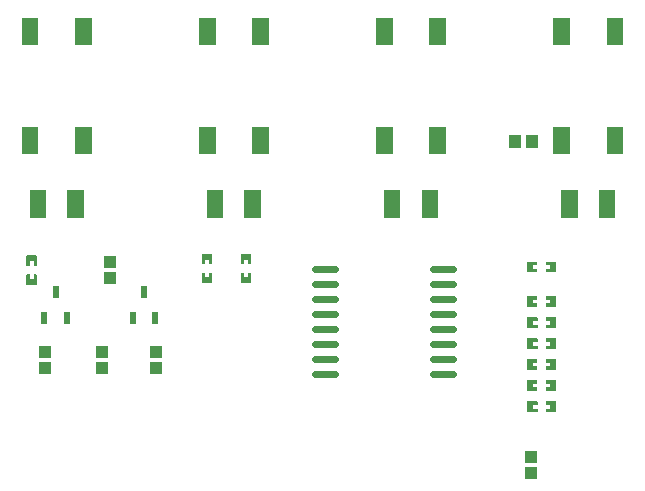
<source format=gtp>
G04 Layer: TopPasteMaskLayer*
G04 EasyEDA v6.4.25, 2021-11-01T16:40:30+01:00*
G04 d0984406bf964252bec45fc5339864a5,23de75a5ce864506aa6f80b6cd8e489b,10*
G04 Gerber Generator version 0.2*
G04 Scale: 100 percent, Rotated: No, Reflected: No *
G04 Dimensions in millimeters *
G04 leading zeros omitted , absolute positions ,4 integer and 5 decimal *
%FSLAX45Y45*%
%MOMM*%

%ADD12C,0.6000*%
%ADD15R,0.5320X1.0375*%
%ADD18R,1.1000X1.0000*%

%LPD*%
G36*
X2563520Y-2752293D02*
G01*
X2558491Y-2757322D01*
X2558491Y-2837281D01*
X2563520Y-2842310D01*
X2643479Y-2842310D01*
X2648508Y-2837281D01*
X2648508Y-2757322D01*
X2643479Y-2752293D01*
X2620721Y-2752293D01*
X2620721Y-2789326D01*
X2587701Y-2789326D01*
X2587701Y-2752293D01*
G37*
G36*
X2563520Y-2593289D02*
G01*
X2558491Y-2598318D01*
X2558491Y-2677312D01*
X2563520Y-2682290D01*
X2587701Y-2682290D01*
X2587701Y-2644292D01*
X2620721Y-2644292D01*
X2620721Y-2682290D01*
X2643479Y-2682290D01*
X2648508Y-2677312D01*
X2648508Y-2598318D01*
X2643479Y-2593289D01*
G37*
G36*
X2233320Y-2752293D02*
G01*
X2228291Y-2757322D01*
X2228291Y-2837281D01*
X2233320Y-2842310D01*
X2313279Y-2842310D01*
X2318308Y-2837281D01*
X2318308Y-2757322D01*
X2313279Y-2752293D01*
X2290521Y-2752293D01*
X2290521Y-2789326D01*
X2257501Y-2789326D01*
X2257501Y-2752293D01*
G37*
G36*
X2233320Y-2593289D02*
G01*
X2228291Y-2598318D01*
X2228291Y-2677312D01*
X2233320Y-2682290D01*
X2257501Y-2682290D01*
X2257501Y-2644292D01*
X2290521Y-2644292D01*
X2290521Y-2682290D01*
X2313279Y-2682290D01*
X2318308Y-2677312D01*
X2318308Y-2598318D01*
X2313279Y-2593289D01*
G37*
G36*
X747420Y-2764993D02*
G01*
X742391Y-2770022D01*
X742391Y-2849981D01*
X747420Y-2855010D01*
X827379Y-2855010D01*
X832408Y-2849981D01*
X832408Y-2770022D01*
X827379Y-2764993D01*
X804621Y-2764993D01*
X804621Y-2802026D01*
X771601Y-2802026D01*
X771601Y-2764993D01*
G37*
G36*
X747420Y-2605989D02*
G01*
X742391Y-2611018D01*
X742391Y-2690012D01*
X747420Y-2694990D01*
X771601Y-2694990D01*
X771601Y-2656992D01*
X804621Y-2656992D01*
X804621Y-2694990D01*
X827379Y-2694990D01*
X832408Y-2690012D01*
X832408Y-2611018D01*
X827379Y-2605989D01*
G37*
G36*
X5144922Y-3663391D02*
G01*
X5139893Y-3668420D01*
X5139893Y-3691178D01*
X5176875Y-3691178D01*
X5176875Y-3724198D01*
X5139893Y-3724198D01*
X5139893Y-3748379D01*
X5144922Y-3753408D01*
X5224881Y-3753408D01*
X5229910Y-3748379D01*
X5229910Y-3668420D01*
X5224881Y-3663391D01*
G37*
G36*
X4985918Y-3663391D02*
G01*
X4980889Y-3668420D01*
X4980889Y-3748379D01*
X4985918Y-3753408D01*
X5064912Y-3753408D01*
X5069890Y-3748379D01*
X5069890Y-3724198D01*
X5031892Y-3724198D01*
X5031892Y-3691178D01*
X5069890Y-3691178D01*
X5069890Y-3668420D01*
X5064912Y-3663391D01*
G37*
G36*
X5144922Y-3485591D02*
G01*
X5139893Y-3490620D01*
X5139893Y-3513378D01*
X5176875Y-3513378D01*
X5176875Y-3546398D01*
X5139893Y-3546398D01*
X5139893Y-3570579D01*
X5144922Y-3575608D01*
X5224881Y-3575608D01*
X5229910Y-3570579D01*
X5229910Y-3490620D01*
X5224881Y-3485591D01*
G37*
G36*
X4985918Y-3485591D02*
G01*
X4980889Y-3490620D01*
X4980889Y-3570579D01*
X4985918Y-3575608D01*
X5064912Y-3575608D01*
X5069890Y-3570579D01*
X5069890Y-3546398D01*
X5031892Y-3546398D01*
X5031892Y-3513378D01*
X5069890Y-3513378D01*
X5069890Y-3490620D01*
X5064912Y-3485591D01*
G37*
G36*
X5144922Y-2952191D02*
G01*
X5139893Y-2957220D01*
X5139893Y-2979978D01*
X5176875Y-2979978D01*
X5176875Y-3012998D01*
X5139893Y-3012998D01*
X5139893Y-3037179D01*
X5144922Y-3042208D01*
X5224881Y-3042208D01*
X5229910Y-3037179D01*
X5229910Y-2957220D01*
X5224881Y-2952191D01*
G37*
G36*
X4985918Y-2952191D02*
G01*
X4980889Y-2957220D01*
X4980889Y-3037179D01*
X4985918Y-3042208D01*
X5064912Y-3042208D01*
X5069890Y-3037179D01*
X5069890Y-3012998D01*
X5031892Y-3012998D01*
X5031892Y-2979978D01*
X5069890Y-2979978D01*
X5069890Y-2957220D01*
X5064912Y-2952191D01*
G37*
G36*
X4985918Y-3129991D02*
G01*
X4980889Y-3135020D01*
X4980889Y-3214979D01*
X4985918Y-3220008D01*
X5065877Y-3220008D01*
X5070906Y-3214979D01*
X5070906Y-3192221D01*
X5033924Y-3192221D01*
X5033924Y-3159201D01*
X5070906Y-3159201D01*
X5070906Y-3135020D01*
X5065877Y-3129991D01*
G37*
G36*
X5145887Y-3129991D02*
G01*
X5140909Y-3135020D01*
X5140909Y-3159201D01*
X5178907Y-3159201D01*
X5178907Y-3192221D01*
X5140909Y-3192221D01*
X5140909Y-3214979D01*
X5145887Y-3220008D01*
X5224881Y-3220008D01*
X5229910Y-3214979D01*
X5229910Y-3135020D01*
X5224881Y-3129991D01*
G37*
G36*
X4985918Y-3307791D02*
G01*
X4980889Y-3312820D01*
X4980889Y-3392779D01*
X4985918Y-3397808D01*
X5065877Y-3397808D01*
X5070906Y-3392779D01*
X5070906Y-3370021D01*
X5033924Y-3370021D01*
X5033924Y-3337001D01*
X5070906Y-3337001D01*
X5070906Y-3312820D01*
X5065877Y-3307791D01*
G37*
G36*
X5145887Y-3307791D02*
G01*
X5140909Y-3312820D01*
X5140909Y-3337001D01*
X5178907Y-3337001D01*
X5178907Y-3370021D01*
X5140909Y-3370021D01*
X5140909Y-3392779D01*
X5145887Y-3397808D01*
X5224881Y-3397808D01*
X5229910Y-3392779D01*
X5229910Y-3312820D01*
X5224881Y-3307791D01*
G37*
G36*
X4985918Y-3841191D02*
G01*
X4980889Y-3846220D01*
X4980889Y-3926179D01*
X4985918Y-3931208D01*
X5065877Y-3931208D01*
X5070906Y-3926179D01*
X5070906Y-3903421D01*
X5033924Y-3903421D01*
X5033924Y-3870401D01*
X5070906Y-3870401D01*
X5070906Y-3846220D01*
X5065877Y-3841191D01*
G37*
G36*
X5145887Y-3841191D02*
G01*
X5140909Y-3846220D01*
X5140909Y-3870401D01*
X5178907Y-3870401D01*
X5178907Y-3903421D01*
X5140909Y-3903421D01*
X5140909Y-3926179D01*
X5145887Y-3931208D01*
X5224881Y-3931208D01*
X5229910Y-3926179D01*
X5229910Y-3846220D01*
X5224881Y-3841191D01*
G37*
G36*
X5144922Y-2660091D02*
G01*
X5139893Y-2665120D01*
X5139893Y-2687878D01*
X5176875Y-2687878D01*
X5176875Y-2720898D01*
X5139893Y-2720898D01*
X5139893Y-2745079D01*
X5144922Y-2750108D01*
X5224881Y-2750108D01*
X5229910Y-2745079D01*
X5229910Y-2665120D01*
X5224881Y-2660091D01*
G37*
G36*
X4985918Y-2660091D02*
G01*
X4980889Y-2665120D01*
X4980889Y-2745079D01*
X4985918Y-2750108D01*
X5064912Y-2750108D01*
X5069890Y-2745079D01*
X5069890Y-2720898D01*
X5031892Y-2720898D01*
X5031892Y-2687878D01*
X5069890Y-2687878D01*
X5069890Y-2665120D01*
X5064912Y-2660091D01*
G37*
D12*
X4356900Y-3606800D02*
G01*
X4186900Y-3606800D01*
X4356900Y-3479800D02*
G01*
X4186900Y-3479800D01*
X4356900Y-3352800D02*
G01*
X4186900Y-3352800D01*
X4356900Y-3225800D02*
G01*
X4186900Y-3225800D01*
X4356900Y-3098800D02*
G01*
X4186900Y-3098800D01*
X4356900Y-2971800D02*
G01*
X4186900Y-2971800D01*
X4356900Y-2844800D02*
G01*
X4186900Y-2844800D01*
X4356900Y-2717800D02*
G01*
X4186900Y-2717800D01*
X3356899Y-3606800D02*
G01*
X3186899Y-3606800D01*
X3356899Y-3479800D02*
G01*
X3186899Y-3479800D01*
X3356899Y-3352800D02*
G01*
X3186899Y-3352800D01*
X3356899Y-3225800D02*
G01*
X3186899Y-3225800D01*
X3356899Y-3098800D02*
G01*
X3186899Y-3098800D01*
X3356899Y-2971800D02*
G01*
X3186899Y-2971800D01*
X3356899Y-2844800D02*
G01*
X3186899Y-2844800D01*
X3356899Y-2717800D02*
G01*
X3186899Y-2717800D01*
G36*
X1090000Y-2056300D02*
G01*
X1230000Y-2056300D01*
X1230000Y-2286302D01*
X1090000Y-2286302D01*
G37*
G36*
X770001Y-2056300D02*
G01*
X910000Y-2056300D01*
X910000Y-2286302D01*
X770001Y-2286302D01*
G37*
G36*
X2589999Y-2056297D02*
G01*
X2729999Y-2056297D01*
X2729999Y-2286299D01*
X2589999Y-2286299D01*
G37*
G36*
X2270000Y-2056297D02*
G01*
X2410000Y-2056297D01*
X2410000Y-2286299D01*
X2270000Y-2286299D01*
G37*
G36*
X4089999Y-2056300D02*
G01*
X4229999Y-2056300D01*
X4229999Y-2286302D01*
X4089999Y-2286302D01*
G37*
G36*
X3770000Y-2056300D02*
G01*
X3909999Y-2056300D01*
X3909999Y-2286302D01*
X3770000Y-2286302D01*
G37*
G36*
X5589998Y-2056300D02*
G01*
X5729998Y-2056300D01*
X5729998Y-2286302D01*
X5589998Y-2286302D01*
G37*
G36*
X5269999Y-2056300D02*
G01*
X5409999Y-2056300D01*
X5409999Y-2286302D01*
X5269999Y-2286302D01*
G37*
D15*
G01*
X895604Y-3132734D03*
G01*
X1085595Y-3132734D03*
G01*
X990600Y-2912465D03*
G01*
X1644904Y-3132734D03*
G01*
X1834895Y-3132734D03*
G01*
X1739900Y-2912465D03*
D18*
G01*
X901700Y-3422497D03*
G01*
X901700Y-3562502D03*
G01*
X1841500Y-3422497D03*
G01*
X1841500Y-3562502D03*
G01*
X1447800Y-2659303D03*
G01*
X1447800Y-2799283D03*
G36*
X4832990Y-1583301D02*
G01*
X4932989Y-1583301D01*
X4932989Y-1693301D01*
X4832990Y-1693301D01*
G37*
G36*
X4972989Y-1583301D02*
G01*
X5072989Y-1583301D01*
X5072989Y-1693301D01*
X4972989Y-1693301D01*
G37*
G36*
X705007Y-1520609D02*
G01*
X845007Y-1520609D01*
X845007Y-1750611D01*
X705007Y-1750611D01*
G37*
G36*
X1154993Y-1520609D02*
G01*
X1294993Y-1520609D01*
X1294993Y-1750611D01*
X1154993Y-1750611D01*
G37*
G36*
X705007Y-591990D02*
G01*
X845007Y-591990D01*
X845007Y-821992D01*
X705007Y-821992D01*
G37*
G36*
X1154993Y-591990D02*
G01*
X1294993Y-591990D01*
X1294993Y-821992D01*
X1154993Y-821992D01*
G37*
G36*
X2205007Y-1520609D02*
G01*
X2345006Y-1520609D01*
X2345006Y-1750611D01*
X2205007Y-1750611D01*
G37*
G36*
X2654993Y-1520609D02*
G01*
X2794993Y-1520609D01*
X2794993Y-1750611D01*
X2654993Y-1750611D01*
G37*
G36*
X2205007Y-591990D02*
G01*
X2345006Y-591990D01*
X2345006Y-821992D01*
X2205007Y-821992D01*
G37*
G36*
X2654993Y-591990D02*
G01*
X2794993Y-591990D01*
X2794993Y-821992D01*
X2654993Y-821992D01*
G37*
G36*
X3705006Y-1520609D02*
G01*
X3845006Y-1520609D01*
X3845006Y-1750611D01*
X3705006Y-1750611D01*
G37*
G36*
X4154992Y-1520609D02*
G01*
X4294992Y-1520609D01*
X4294992Y-1750611D01*
X4154992Y-1750611D01*
G37*
G36*
X3705006Y-591990D02*
G01*
X3845006Y-591990D01*
X3845006Y-821992D01*
X3705006Y-821992D01*
G37*
G36*
X4154992Y-591990D02*
G01*
X4294992Y-591990D01*
X4294992Y-821992D01*
X4154992Y-821992D01*
G37*
G36*
X5205006Y-1520609D02*
G01*
X5345005Y-1520609D01*
X5345005Y-1750611D01*
X5205006Y-1750611D01*
G37*
G36*
X5654992Y-1520609D02*
G01*
X5794992Y-1520609D01*
X5794992Y-1750611D01*
X5654992Y-1750611D01*
G37*
G36*
X5205006Y-591990D02*
G01*
X5345005Y-591990D01*
X5345005Y-821992D01*
X5205006Y-821992D01*
G37*
G36*
X5654992Y-591990D02*
G01*
X5794992Y-591990D01*
X5794992Y-821992D01*
X5654992Y-821992D01*
G37*
G01*
X1384300Y-3562477D03*
G01*
X1384300Y-3422497D03*
G01*
X5016500Y-4451502D03*
G01*
X5016500Y-4311522D03*
M02*

</source>
